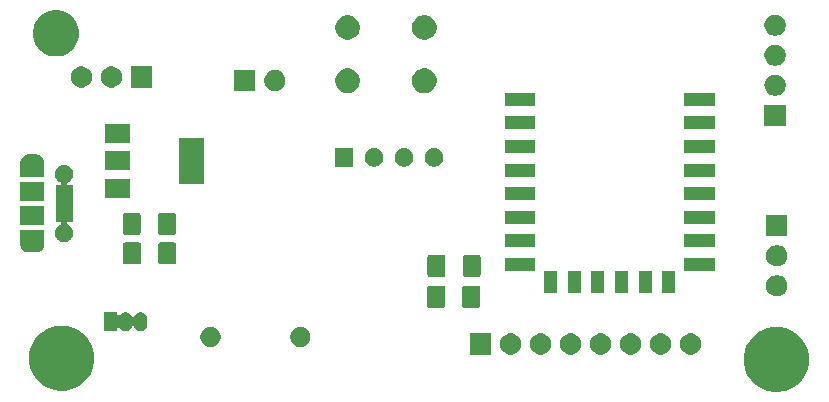
<source format=gbr>
%TF.GenerationSoftware,KiCad,Pcbnew,(5.1.5)-3*%
%TF.CreationDate,2021-01-03T00:19:50+13:00*%
%TF.ProjectId,SensorNodeCircuit,53656e73-6f72-44e6-9f64-654369726375,rev?*%
%TF.SameCoordinates,Original*%
%TF.FileFunction,Soldermask,Top*%
%TF.FilePolarity,Negative*%
%FSLAX46Y46*%
G04 Gerber Fmt 4.6, Leading zero omitted, Abs format (unit mm)*
G04 Created by KiCad (PCBNEW (5.1.5)-3) date 2021-01-03 00:19:50*
%MOMM*%
%LPD*%
G04 APERTURE LIST*
%ADD10C,0.100000*%
G04 APERTURE END LIST*
D10*
G36*
X166352097Y-104365141D02*
G01*
X166802437Y-104454719D01*
X167303087Y-104662095D01*
X167365483Y-104703787D01*
X167753660Y-104963158D01*
X168136842Y-105346340D01*
X168264362Y-105537188D01*
X168437905Y-105796913D01*
X168645281Y-106297563D01*
X168751000Y-106829050D01*
X168751000Y-107370950D01*
X168645281Y-107902437D01*
X168437905Y-108403087D01*
X168317316Y-108583561D01*
X168136842Y-108853660D01*
X167753660Y-109236842D01*
X167483561Y-109417316D01*
X167303087Y-109537905D01*
X166802437Y-109745281D01*
X166536694Y-109798140D01*
X166270951Y-109851000D01*
X165729049Y-109851000D01*
X165463306Y-109798140D01*
X165197563Y-109745281D01*
X164696913Y-109537905D01*
X164516439Y-109417316D01*
X164246340Y-109236842D01*
X163863158Y-108853660D01*
X163682684Y-108583561D01*
X163562095Y-108403087D01*
X163354719Y-107902437D01*
X163249000Y-107370950D01*
X163249000Y-106829050D01*
X163354719Y-106297563D01*
X163562095Y-105796913D01*
X163735638Y-105537188D01*
X163863158Y-105346340D01*
X164246340Y-104963158D01*
X164634517Y-104703787D01*
X164696913Y-104662095D01*
X165197563Y-104454719D01*
X165647903Y-104365141D01*
X165729049Y-104349000D01*
X166270951Y-104349000D01*
X166352097Y-104365141D01*
G37*
G36*
X106025676Y-104299668D02*
G01*
X106302437Y-104354719D01*
X106803087Y-104562095D01*
X106869160Y-104606244D01*
X107253660Y-104863158D01*
X107636842Y-105246340D01*
X107817316Y-105516439D01*
X107937905Y-105696913D01*
X108089465Y-106062812D01*
X108145281Y-106197564D01*
X108238534Y-106666376D01*
X108251000Y-106729050D01*
X108251000Y-107270950D01*
X108145281Y-107802437D01*
X107937905Y-108303087D01*
X107871087Y-108403087D01*
X107636842Y-108753660D01*
X107253660Y-109136842D01*
X106983561Y-109317316D01*
X106803087Y-109437905D01*
X106302437Y-109645281D01*
X106036693Y-109698141D01*
X105770951Y-109751000D01*
X105229049Y-109751000D01*
X104963307Y-109698141D01*
X104697563Y-109645281D01*
X104196913Y-109437905D01*
X104016439Y-109317316D01*
X103746340Y-109136842D01*
X103363158Y-108753660D01*
X103128913Y-108403087D01*
X103062095Y-108303087D01*
X102854719Y-107802437D01*
X102749000Y-107270950D01*
X102749000Y-106729050D01*
X102761467Y-106666376D01*
X102854719Y-106197564D01*
X102910535Y-106062812D01*
X103062095Y-105696913D01*
X103182684Y-105516439D01*
X103363158Y-105246340D01*
X103746340Y-104863158D01*
X104130840Y-104606244D01*
X104196913Y-104562095D01*
X104697563Y-104354719D01*
X104974324Y-104299668D01*
X105229049Y-104249000D01*
X105770951Y-104249000D01*
X106025676Y-104299668D01*
G37*
G36*
X153773512Y-104903927D02*
G01*
X153922812Y-104933624D01*
X154086784Y-105001544D01*
X154234354Y-105100147D01*
X154359853Y-105225646D01*
X154458456Y-105373216D01*
X154526376Y-105537188D01*
X154539486Y-105603100D01*
X154558147Y-105696913D01*
X154561000Y-105711259D01*
X154561000Y-105888741D01*
X154526376Y-106062812D01*
X154458456Y-106226784D01*
X154359853Y-106374354D01*
X154234354Y-106499853D01*
X154086784Y-106598456D01*
X153922812Y-106666376D01*
X153773512Y-106696073D01*
X153748742Y-106701000D01*
X153571258Y-106701000D01*
X153546488Y-106696073D01*
X153397188Y-106666376D01*
X153233216Y-106598456D01*
X153085646Y-106499853D01*
X152960147Y-106374354D01*
X152861544Y-106226784D01*
X152793624Y-106062812D01*
X152759000Y-105888741D01*
X152759000Y-105711259D01*
X152761854Y-105696913D01*
X152780514Y-105603100D01*
X152793624Y-105537188D01*
X152861544Y-105373216D01*
X152960147Y-105225646D01*
X153085646Y-105100147D01*
X153233216Y-105001544D01*
X153397188Y-104933624D01*
X153546488Y-104903927D01*
X153571258Y-104899000D01*
X153748742Y-104899000D01*
X153773512Y-104903927D01*
G37*
G36*
X158853512Y-104903927D02*
G01*
X159002812Y-104933624D01*
X159166784Y-105001544D01*
X159314354Y-105100147D01*
X159439853Y-105225646D01*
X159538456Y-105373216D01*
X159606376Y-105537188D01*
X159619486Y-105603100D01*
X159638147Y-105696913D01*
X159641000Y-105711259D01*
X159641000Y-105888741D01*
X159606376Y-106062812D01*
X159538456Y-106226784D01*
X159439853Y-106374354D01*
X159314354Y-106499853D01*
X159166784Y-106598456D01*
X159002812Y-106666376D01*
X158853512Y-106696073D01*
X158828742Y-106701000D01*
X158651258Y-106701000D01*
X158626488Y-106696073D01*
X158477188Y-106666376D01*
X158313216Y-106598456D01*
X158165646Y-106499853D01*
X158040147Y-106374354D01*
X157941544Y-106226784D01*
X157873624Y-106062812D01*
X157839000Y-105888741D01*
X157839000Y-105711259D01*
X157841854Y-105696913D01*
X157860514Y-105603100D01*
X157873624Y-105537188D01*
X157941544Y-105373216D01*
X158040147Y-105225646D01*
X158165646Y-105100147D01*
X158313216Y-105001544D01*
X158477188Y-104933624D01*
X158626488Y-104903927D01*
X158651258Y-104899000D01*
X158828742Y-104899000D01*
X158853512Y-104903927D01*
G37*
G36*
X156313512Y-104903927D02*
G01*
X156462812Y-104933624D01*
X156626784Y-105001544D01*
X156774354Y-105100147D01*
X156899853Y-105225646D01*
X156998456Y-105373216D01*
X157066376Y-105537188D01*
X157079486Y-105603100D01*
X157098147Y-105696913D01*
X157101000Y-105711259D01*
X157101000Y-105888741D01*
X157066376Y-106062812D01*
X156998456Y-106226784D01*
X156899853Y-106374354D01*
X156774354Y-106499853D01*
X156626784Y-106598456D01*
X156462812Y-106666376D01*
X156313512Y-106696073D01*
X156288742Y-106701000D01*
X156111258Y-106701000D01*
X156086488Y-106696073D01*
X155937188Y-106666376D01*
X155773216Y-106598456D01*
X155625646Y-106499853D01*
X155500147Y-106374354D01*
X155401544Y-106226784D01*
X155333624Y-106062812D01*
X155299000Y-105888741D01*
X155299000Y-105711259D01*
X155301854Y-105696913D01*
X155320514Y-105603100D01*
X155333624Y-105537188D01*
X155401544Y-105373216D01*
X155500147Y-105225646D01*
X155625646Y-105100147D01*
X155773216Y-105001544D01*
X155937188Y-104933624D01*
X156086488Y-104903927D01*
X156111258Y-104899000D01*
X156288742Y-104899000D01*
X156313512Y-104903927D01*
G37*
G36*
X148693512Y-104903927D02*
G01*
X148842812Y-104933624D01*
X149006784Y-105001544D01*
X149154354Y-105100147D01*
X149279853Y-105225646D01*
X149378456Y-105373216D01*
X149446376Y-105537188D01*
X149459486Y-105603100D01*
X149478147Y-105696913D01*
X149481000Y-105711259D01*
X149481000Y-105888741D01*
X149446376Y-106062812D01*
X149378456Y-106226784D01*
X149279853Y-106374354D01*
X149154354Y-106499853D01*
X149006784Y-106598456D01*
X148842812Y-106666376D01*
X148693512Y-106696073D01*
X148668742Y-106701000D01*
X148491258Y-106701000D01*
X148466488Y-106696073D01*
X148317188Y-106666376D01*
X148153216Y-106598456D01*
X148005646Y-106499853D01*
X147880147Y-106374354D01*
X147781544Y-106226784D01*
X147713624Y-106062812D01*
X147679000Y-105888741D01*
X147679000Y-105711259D01*
X147681854Y-105696913D01*
X147700514Y-105603100D01*
X147713624Y-105537188D01*
X147781544Y-105373216D01*
X147880147Y-105225646D01*
X148005646Y-105100147D01*
X148153216Y-105001544D01*
X148317188Y-104933624D01*
X148466488Y-104903927D01*
X148491258Y-104899000D01*
X148668742Y-104899000D01*
X148693512Y-104903927D01*
G37*
G36*
X146153512Y-104903927D02*
G01*
X146302812Y-104933624D01*
X146466784Y-105001544D01*
X146614354Y-105100147D01*
X146739853Y-105225646D01*
X146838456Y-105373216D01*
X146906376Y-105537188D01*
X146919486Y-105603100D01*
X146938147Y-105696913D01*
X146941000Y-105711259D01*
X146941000Y-105888741D01*
X146906376Y-106062812D01*
X146838456Y-106226784D01*
X146739853Y-106374354D01*
X146614354Y-106499853D01*
X146466784Y-106598456D01*
X146302812Y-106666376D01*
X146153512Y-106696073D01*
X146128742Y-106701000D01*
X145951258Y-106701000D01*
X145926488Y-106696073D01*
X145777188Y-106666376D01*
X145613216Y-106598456D01*
X145465646Y-106499853D01*
X145340147Y-106374354D01*
X145241544Y-106226784D01*
X145173624Y-106062812D01*
X145139000Y-105888741D01*
X145139000Y-105711259D01*
X145141854Y-105696913D01*
X145160514Y-105603100D01*
X145173624Y-105537188D01*
X145241544Y-105373216D01*
X145340147Y-105225646D01*
X145465646Y-105100147D01*
X145613216Y-105001544D01*
X145777188Y-104933624D01*
X145926488Y-104903927D01*
X145951258Y-104899000D01*
X146128742Y-104899000D01*
X146153512Y-104903927D01*
G37*
G36*
X143613512Y-104903927D02*
G01*
X143762812Y-104933624D01*
X143926784Y-105001544D01*
X144074354Y-105100147D01*
X144199853Y-105225646D01*
X144298456Y-105373216D01*
X144366376Y-105537188D01*
X144379486Y-105603100D01*
X144398147Y-105696913D01*
X144401000Y-105711259D01*
X144401000Y-105888741D01*
X144366376Y-106062812D01*
X144298456Y-106226784D01*
X144199853Y-106374354D01*
X144074354Y-106499853D01*
X143926784Y-106598456D01*
X143762812Y-106666376D01*
X143613512Y-106696073D01*
X143588742Y-106701000D01*
X143411258Y-106701000D01*
X143386488Y-106696073D01*
X143237188Y-106666376D01*
X143073216Y-106598456D01*
X142925646Y-106499853D01*
X142800147Y-106374354D01*
X142701544Y-106226784D01*
X142633624Y-106062812D01*
X142599000Y-105888741D01*
X142599000Y-105711259D01*
X142601854Y-105696913D01*
X142620514Y-105603100D01*
X142633624Y-105537188D01*
X142701544Y-105373216D01*
X142800147Y-105225646D01*
X142925646Y-105100147D01*
X143073216Y-105001544D01*
X143237188Y-104933624D01*
X143386488Y-104903927D01*
X143411258Y-104899000D01*
X143588742Y-104899000D01*
X143613512Y-104903927D01*
G37*
G36*
X141861000Y-106701000D02*
G01*
X140059000Y-106701000D01*
X140059000Y-104899000D01*
X141861000Y-104899000D01*
X141861000Y-106701000D01*
G37*
G36*
X151233512Y-104903927D02*
G01*
X151382812Y-104933624D01*
X151546784Y-105001544D01*
X151694354Y-105100147D01*
X151819853Y-105225646D01*
X151918456Y-105373216D01*
X151986376Y-105537188D01*
X151999486Y-105603100D01*
X152018147Y-105696913D01*
X152021000Y-105711259D01*
X152021000Y-105888741D01*
X151986376Y-106062812D01*
X151918456Y-106226784D01*
X151819853Y-106374354D01*
X151694354Y-106499853D01*
X151546784Y-106598456D01*
X151382812Y-106666376D01*
X151233512Y-106696073D01*
X151208742Y-106701000D01*
X151031258Y-106701000D01*
X151006488Y-106696073D01*
X150857188Y-106666376D01*
X150693216Y-106598456D01*
X150545646Y-106499853D01*
X150420147Y-106374354D01*
X150321544Y-106226784D01*
X150253624Y-106062812D01*
X150219000Y-105888741D01*
X150219000Y-105711259D01*
X150221854Y-105696913D01*
X150240514Y-105603100D01*
X150253624Y-105537188D01*
X150321544Y-105373216D01*
X150420147Y-105225646D01*
X150545646Y-105100147D01*
X150693216Y-105001544D01*
X150857188Y-104933624D01*
X151006488Y-104903927D01*
X151031258Y-104899000D01*
X151208742Y-104899000D01*
X151233512Y-104903927D01*
G37*
G36*
X118348228Y-104381703D02*
G01*
X118503100Y-104445853D01*
X118642481Y-104538985D01*
X118761015Y-104657519D01*
X118854147Y-104796900D01*
X118918297Y-104951772D01*
X118951000Y-105116184D01*
X118951000Y-105283816D01*
X118918297Y-105448228D01*
X118854147Y-105603100D01*
X118761015Y-105742481D01*
X118642481Y-105861015D01*
X118503100Y-105954147D01*
X118348228Y-106018297D01*
X118183816Y-106051000D01*
X118016184Y-106051000D01*
X117851772Y-106018297D01*
X117696900Y-105954147D01*
X117557519Y-105861015D01*
X117438985Y-105742481D01*
X117345853Y-105603100D01*
X117281703Y-105448228D01*
X117249000Y-105283816D01*
X117249000Y-105116184D01*
X117281703Y-104951772D01*
X117345853Y-104796900D01*
X117438985Y-104657519D01*
X117557519Y-104538985D01*
X117696900Y-104445853D01*
X117851772Y-104381703D01*
X118016184Y-104349000D01*
X118183816Y-104349000D01*
X118348228Y-104381703D01*
G37*
G36*
X125948228Y-104381703D02*
G01*
X126103100Y-104445853D01*
X126242481Y-104538985D01*
X126361015Y-104657519D01*
X126454147Y-104796900D01*
X126518297Y-104951772D01*
X126551000Y-105116184D01*
X126551000Y-105283816D01*
X126518297Y-105448228D01*
X126454147Y-105603100D01*
X126361015Y-105742481D01*
X126242481Y-105861015D01*
X126103100Y-105954147D01*
X125948228Y-106018297D01*
X125783816Y-106051000D01*
X125616184Y-106051000D01*
X125451772Y-106018297D01*
X125296900Y-105954147D01*
X125157519Y-105861015D01*
X125038985Y-105742481D01*
X124945853Y-105603100D01*
X124881703Y-105448228D01*
X124849000Y-105283816D01*
X124849000Y-105116184D01*
X124881703Y-104951772D01*
X124945853Y-104796900D01*
X125038985Y-104657519D01*
X125157519Y-104538985D01*
X125296900Y-104445853D01*
X125451772Y-104381703D01*
X125616184Y-104349000D01*
X125783816Y-104349000D01*
X125948228Y-104381703D01*
G37*
G36*
X112282915Y-103107334D02*
G01*
X112391491Y-103140271D01*
X112391494Y-103140272D01*
X112427600Y-103159571D01*
X112491556Y-103193756D01*
X112579264Y-103265736D01*
X112651244Y-103353443D01*
X112685429Y-103417399D01*
X112704728Y-103453505D01*
X112704729Y-103453508D01*
X112737666Y-103562084D01*
X112746000Y-103646702D01*
X112746000Y-104153297D01*
X112737666Y-104237916D01*
X112705252Y-104344767D01*
X112704728Y-104346495D01*
X112700332Y-104354719D01*
X112651244Y-104446557D01*
X112579264Y-104534264D01*
X112491557Y-104606244D01*
X112427601Y-104640429D01*
X112391495Y-104659728D01*
X112391492Y-104659729D01*
X112282916Y-104692666D01*
X112170000Y-104703787D01*
X112057085Y-104692666D01*
X111948509Y-104659729D01*
X111948506Y-104659728D01*
X111912400Y-104640429D01*
X111848444Y-104606244D01*
X111760737Y-104534264D01*
X111688757Y-104446557D01*
X111645239Y-104365141D01*
X111631625Y-104344766D01*
X111614298Y-104327439D01*
X111593924Y-104313826D01*
X111571285Y-104304448D01*
X111547252Y-104299668D01*
X111522748Y-104299668D01*
X111498715Y-104304448D01*
X111476076Y-104313826D01*
X111455701Y-104327440D01*
X111438374Y-104344767D01*
X111424761Y-104365141D01*
X111381244Y-104446557D01*
X111309264Y-104534264D01*
X111221557Y-104606244D01*
X111157601Y-104640429D01*
X111121495Y-104659728D01*
X111121492Y-104659729D01*
X111012916Y-104692666D01*
X110900000Y-104703787D01*
X110787085Y-104692666D01*
X110678509Y-104659729D01*
X110678506Y-104659728D01*
X110642400Y-104640429D01*
X110578444Y-104606244D01*
X110490737Y-104534264D01*
X110427622Y-104457359D01*
X110410297Y-104440034D01*
X110389923Y-104426420D01*
X110367284Y-104417043D01*
X110343250Y-104412263D01*
X110318746Y-104412263D01*
X110294713Y-104417044D01*
X110272074Y-104426421D01*
X110251700Y-104440035D01*
X110234373Y-104457362D01*
X110220759Y-104477736D01*
X110211382Y-104500375D01*
X110206000Y-104536660D01*
X110206000Y-104701000D01*
X109054000Y-104701000D01*
X109054000Y-103099000D01*
X110206000Y-103099000D01*
X110206000Y-103263341D01*
X110208402Y-103287727D01*
X110215515Y-103311176D01*
X110227066Y-103332787D01*
X110242611Y-103351729D01*
X110261553Y-103367274D01*
X110283164Y-103378825D01*
X110306613Y-103385938D01*
X110330999Y-103388340D01*
X110355385Y-103385938D01*
X110378834Y-103378825D01*
X110400445Y-103367274D01*
X110419387Y-103351729D01*
X110427608Y-103342657D01*
X110490736Y-103265736D01*
X110578443Y-103193756D01*
X110642399Y-103159571D01*
X110678505Y-103140272D01*
X110678508Y-103140271D01*
X110787084Y-103107334D01*
X110900000Y-103096213D01*
X111012915Y-103107334D01*
X111121491Y-103140271D01*
X111121494Y-103140272D01*
X111157600Y-103159571D01*
X111221556Y-103193756D01*
X111309264Y-103265736D01*
X111381244Y-103353443D01*
X111424761Y-103434859D01*
X111438375Y-103455234D01*
X111455702Y-103472561D01*
X111476076Y-103486174D01*
X111498715Y-103495552D01*
X111522748Y-103500332D01*
X111547252Y-103500332D01*
X111571285Y-103495552D01*
X111593924Y-103486174D01*
X111614299Y-103472560D01*
X111631626Y-103455233D01*
X111645239Y-103434860D01*
X111688756Y-103353444D01*
X111760736Y-103265736D01*
X111848443Y-103193756D01*
X111912399Y-103159571D01*
X111948505Y-103140272D01*
X111948508Y-103140271D01*
X112057084Y-103107334D01*
X112170000Y-103096213D01*
X112282915Y-103107334D01*
G37*
G36*
X140788062Y-100878181D02*
G01*
X140822981Y-100888774D01*
X140855163Y-100905976D01*
X140883373Y-100929127D01*
X140906524Y-100957337D01*
X140923726Y-100989519D01*
X140934319Y-101024438D01*
X140938500Y-101066895D01*
X140938500Y-102533105D01*
X140934319Y-102575562D01*
X140923726Y-102610481D01*
X140906524Y-102642663D01*
X140883373Y-102670873D01*
X140855163Y-102694024D01*
X140822981Y-102711226D01*
X140788062Y-102721819D01*
X140745605Y-102726000D01*
X139604395Y-102726000D01*
X139561938Y-102721819D01*
X139527019Y-102711226D01*
X139494837Y-102694024D01*
X139466627Y-102670873D01*
X139443476Y-102642663D01*
X139426274Y-102610481D01*
X139415681Y-102575562D01*
X139411500Y-102533105D01*
X139411500Y-101066895D01*
X139415681Y-101024438D01*
X139426274Y-100989519D01*
X139443476Y-100957337D01*
X139466627Y-100929127D01*
X139494837Y-100905976D01*
X139527019Y-100888774D01*
X139561938Y-100878181D01*
X139604395Y-100874000D01*
X140745605Y-100874000D01*
X140788062Y-100878181D01*
G37*
G36*
X137813062Y-100878181D02*
G01*
X137847981Y-100888774D01*
X137880163Y-100905976D01*
X137908373Y-100929127D01*
X137931524Y-100957337D01*
X137948726Y-100989519D01*
X137959319Y-101024438D01*
X137963500Y-101066895D01*
X137963500Y-102533105D01*
X137959319Y-102575562D01*
X137948726Y-102610481D01*
X137931524Y-102642663D01*
X137908373Y-102670873D01*
X137880163Y-102694024D01*
X137847981Y-102711226D01*
X137813062Y-102721819D01*
X137770605Y-102726000D01*
X136629395Y-102726000D01*
X136586938Y-102721819D01*
X136552019Y-102711226D01*
X136519837Y-102694024D01*
X136491627Y-102670873D01*
X136468476Y-102642663D01*
X136451274Y-102610481D01*
X136440681Y-102575562D01*
X136436500Y-102533105D01*
X136436500Y-101066895D01*
X136440681Y-101024438D01*
X136451274Y-100989519D01*
X136468476Y-100957337D01*
X136491627Y-100929127D01*
X136519837Y-100905976D01*
X136552019Y-100888774D01*
X136586938Y-100878181D01*
X136629395Y-100874000D01*
X137770605Y-100874000D01*
X137813062Y-100878181D01*
G37*
G36*
X166149512Y-99971927D02*
G01*
X166298812Y-100001624D01*
X166462784Y-100069544D01*
X166610354Y-100168147D01*
X166735853Y-100293646D01*
X166834456Y-100441216D01*
X166902376Y-100605188D01*
X166932073Y-100754488D01*
X166937000Y-100779258D01*
X166937000Y-100956742D01*
X166932073Y-100981512D01*
X166902376Y-101130812D01*
X166834456Y-101294784D01*
X166735853Y-101442354D01*
X166610354Y-101567853D01*
X166462784Y-101666456D01*
X166298812Y-101734376D01*
X166149512Y-101764073D01*
X166124742Y-101769000D01*
X165947258Y-101769000D01*
X165922488Y-101764073D01*
X165773188Y-101734376D01*
X165609216Y-101666456D01*
X165461646Y-101567853D01*
X165336147Y-101442354D01*
X165237544Y-101294784D01*
X165169624Y-101130812D01*
X165139927Y-100981512D01*
X165135000Y-100956742D01*
X165135000Y-100779258D01*
X165139927Y-100754488D01*
X165169624Y-100605188D01*
X165237544Y-100441216D01*
X165336147Y-100293646D01*
X165461646Y-100168147D01*
X165609216Y-100069544D01*
X165773188Y-100001624D01*
X165922488Y-99971927D01*
X165947258Y-99967000D01*
X166124742Y-99967000D01*
X166149512Y-99971927D01*
G37*
G36*
X153442001Y-101522001D02*
G01*
X152340001Y-101522001D01*
X152340001Y-99620001D01*
X153442001Y-99620001D01*
X153442001Y-101522001D01*
G37*
G36*
X157442001Y-101522001D02*
G01*
X156340001Y-101522001D01*
X156340001Y-99620001D01*
X157442001Y-99620001D01*
X157442001Y-101522001D01*
G37*
G36*
X149442001Y-101522001D02*
G01*
X148340001Y-101522001D01*
X148340001Y-99620001D01*
X149442001Y-99620001D01*
X149442001Y-101522001D01*
G37*
G36*
X147442001Y-101522001D02*
G01*
X146340001Y-101522001D01*
X146340001Y-99620001D01*
X147442001Y-99620001D01*
X147442001Y-101522001D01*
G37*
G36*
X155442001Y-101522001D02*
G01*
X154340001Y-101522001D01*
X154340001Y-99620001D01*
X155442001Y-99620001D01*
X155442001Y-101522001D01*
G37*
G36*
X151442001Y-101522001D02*
G01*
X150340001Y-101522001D01*
X150340001Y-99620001D01*
X151442001Y-99620001D01*
X151442001Y-101522001D01*
G37*
G36*
X140817062Y-98258181D02*
G01*
X140851981Y-98268774D01*
X140884163Y-98285976D01*
X140912373Y-98309127D01*
X140935524Y-98337337D01*
X140952726Y-98369519D01*
X140963319Y-98404438D01*
X140967500Y-98446895D01*
X140967500Y-99913105D01*
X140963319Y-99955562D01*
X140952726Y-99990481D01*
X140935524Y-100022663D01*
X140912373Y-100050873D01*
X140884163Y-100074024D01*
X140851981Y-100091226D01*
X140817062Y-100101819D01*
X140774605Y-100106000D01*
X139633395Y-100106000D01*
X139590938Y-100101819D01*
X139556019Y-100091226D01*
X139523837Y-100074024D01*
X139495627Y-100050873D01*
X139472476Y-100022663D01*
X139455274Y-99990481D01*
X139444681Y-99955562D01*
X139440500Y-99913105D01*
X139440500Y-98446895D01*
X139444681Y-98404438D01*
X139455274Y-98369519D01*
X139472476Y-98337337D01*
X139495627Y-98309127D01*
X139523837Y-98285976D01*
X139556019Y-98268774D01*
X139590938Y-98258181D01*
X139633395Y-98254000D01*
X140774605Y-98254000D01*
X140817062Y-98258181D01*
G37*
G36*
X137842062Y-98258181D02*
G01*
X137876981Y-98268774D01*
X137909163Y-98285976D01*
X137937373Y-98309127D01*
X137960524Y-98337337D01*
X137977726Y-98369519D01*
X137988319Y-98404438D01*
X137992500Y-98446895D01*
X137992500Y-99913105D01*
X137988319Y-99955562D01*
X137977726Y-99990481D01*
X137960524Y-100022663D01*
X137937373Y-100050873D01*
X137909163Y-100074024D01*
X137876981Y-100091226D01*
X137842062Y-100101819D01*
X137799605Y-100106000D01*
X136658395Y-100106000D01*
X136615938Y-100101819D01*
X136581019Y-100091226D01*
X136548837Y-100074024D01*
X136520627Y-100050873D01*
X136497476Y-100022663D01*
X136480274Y-99990481D01*
X136469681Y-99955562D01*
X136465500Y-99913105D01*
X136465500Y-98446895D01*
X136469681Y-98404438D01*
X136480274Y-98369519D01*
X136497476Y-98337337D01*
X136520627Y-98309127D01*
X136548837Y-98285976D01*
X136581019Y-98268774D01*
X136615938Y-98258181D01*
X136658395Y-98254000D01*
X137799605Y-98254000D01*
X137842062Y-98258181D01*
G37*
G36*
X145592001Y-99622001D02*
G01*
X142990001Y-99622001D01*
X142990001Y-98520001D01*
X145592001Y-98520001D01*
X145592001Y-99622001D01*
G37*
G36*
X160792001Y-99622001D02*
G01*
X158190001Y-99622001D01*
X158190001Y-98520001D01*
X160792001Y-98520001D01*
X160792001Y-99622001D01*
G37*
G36*
X166149512Y-97431927D02*
G01*
X166298812Y-97461624D01*
X166462784Y-97529544D01*
X166610354Y-97628147D01*
X166735853Y-97753646D01*
X166834456Y-97901216D01*
X166902376Y-98065188D01*
X166937000Y-98239259D01*
X166937000Y-98416741D01*
X166902376Y-98590812D01*
X166834456Y-98754784D01*
X166735853Y-98902354D01*
X166610354Y-99027853D01*
X166462784Y-99126456D01*
X166298812Y-99194376D01*
X166149512Y-99224073D01*
X166124742Y-99229000D01*
X165947258Y-99229000D01*
X165922488Y-99224073D01*
X165773188Y-99194376D01*
X165609216Y-99126456D01*
X165461646Y-99027853D01*
X165336147Y-98902354D01*
X165237544Y-98754784D01*
X165169624Y-98590812D01*
X165135000Y-98416741D01*
X165135000Y-98239259D01*
X165169624Y-98065188D01*
X165237544Y-97901216D01*
X165336147Y-97753646D01*
X165461646Y-97628147D01*
X165609216Y-97529544D01*
X165773188Y-97461624D01*
X165922488Y-97431927D01*
X165947258Y-97427000D01*
X166124742Y-97427000D01*
X166149512Y-97431927D01*
G37*
G36*
X112065062Y-97210181D02*
G01*
X112099981Y-97220774D01*
X112132163Y-97237976D01*
X112160373Y-97261127D01*
X112183524Y-97289337D01*
X112200726Y-97321519D01*
X112211319Y-97356438D01*
X112215500Y-97398895D01*
X112215500Y-98865105D01*
X112211319Y-98907562D01*
X112200726Y-98942481D01*
X112183524Y-98974663D01*
X112160373Y-99002873D01*
X112132163Y-99026024D01*
X112099981Y-99043226D01*
X112065062Y-99053819D01*
X112022605Y-99058000D01*
X110881395Y-99058000D01*
X110838938Y-99053819D01*
X110804019Y-99043226D01*
X110771837Y-99026024D01*
X110743627Y-99002873D01*
X110720476Y-98974663D01*
X110703274Y-98942481D01*
X110692681Y-98907562D01*
X110688500Y-98865105D01*
X110688500Y-97398895D01*
X110692681Y-97356438D01*
X110703274Y-97321519D01*
X110720476Y-97289337D01*
X110743627Y-97261127D01*
X110771837Y-97237976D01*
X110804019Y-97220774D01*
X110838938Y-97210181D01*
X110881395Y-97206000D01*
X112022605Y-97206000D01*
X112065062Y-97210181D01*
G37*
G36*
X115040062Y-97210181D02*
G01*
X115074981Y-97220774D01*
X115107163Y-97237976D01*
X115135373Y-97261127D01*
X115158524Y-97289337D01*
X115175726Y-97321519D01*
X115186319Y-97356438D01*
X115190500Y-97398895D01*
X115190500Y-98865105D01*
X115186319Y-98907562D01*
X115175726Y-98942481D01*
X115158524Y-98974663D01*
X115135373Y-99002873D01*
X115107163Y-99026024D01*
X115074981Y-99043226D01*
X115040062Y-99053819D01*
X114997605Y-99058000D01*
X113856395Y-99058000D01*
X113813938Y-99053819D01*
X113779019Y-99043226D01*
X113746837Y-99026024D01*
X113718627Y-99002873D01*
X113695476Y-98974663D01*
X113678274Y-98942481D01*
X113667681Y-98907562D01*
X113663500Y-98865105D01*
X113663500Y-97398895D01*
X113667681Y-97356438D01*
X113678274Y-97321519D01*
X113695476Y-97289337D01*
X113718627Y-97261127D01*
X113746837Y-97237976D01*
X113779019Y-97220774D01*
X113813938Y-97210181D01*
X113856395Y-97206000D01*
X114997605Y-97206000D01*
X115040062Y-97210181D01*
G37*
G36*
X104001000Y-97361886D02*
G01*
X104001602Y-97374138D01*
X104004149Y-97400000D01*
X104001602Y-97425862D01*
X104001000Y-97438114D01*
X104001000Y-97511406D01*
X103992043Y-97528164D01*
X103987915Y-97539701D01*
X103962949Y-97622001D01*
X103954354Y-97650336D01*
X103893906Y-97763425D01*
X103812554Y-97862554D01*
X103713425Y-97943906D01*
X103600336Y-98004354D01*
X103568404Y-98014040D01*
X103477618Y-98041580D01*
X103413855Y-98047860D01*
X103381974Y-98051000D01*
X102618026Y-98051000D01*
X102586145Y-98047860D01*
X102522382Y-98041580D01*
X102431596Y-98014040D01*
X102399664Y-98004354D01*
X102286575Y-97943906D01*
X102187446Y-97862554D01*
X102106094Y-97763425D01*
X102045646Y-97650336D01*
X102037051Y-97622001D01*
X102012087Y-97539708D01*
X102002713Y-97517075D01*
X101999000Y-97511518D01*
X101999000Y-97438114D01*
X101998398Y-97425862D01*
X101995851Y-97400000D01*
X101998398Y-97374138D01*
X101999000Y-97361886D01*
X101999000Y-96149000D01*
X104001000Y-96149000D01*
X104001000Y-97361886D01*
G37*
G36*
X145592001Y-97622001D02*
G01*
X142990001Y-97622001D01*
X142990001Y-96520001D01*
X145592001Y-96520001D01*
X145592001Y-97622001D01*
G37*
G36*
X160792001Y-97622001D02*
G01*
X158190001Y-97622001D01*
X158190001Y-96520001D01*
X160792001Y-96520001D01*
X160792001Y-97622001D01*
G37*
G36*
X105926348Y-90653820D02*
G01*
X105926350Y-90653821D01*
X105926351Y-90653821D01*
X106067574Y-90712317D01*
X106067577Y-90712319D01*
X106194669Y-90797239D01*
X106302761Y-90905331D01*
X106387681Y-91032423D01*
X106387683Y-91032426D01*
X106416087Y-91101000D01*
X106446180Y-91173652D01*
X106476000Y-91323569D01*
X106476000Y-91476431D01*
X106447045Y-91622001D01*
X106446179Y-91626351D01*
X106387683Y-91767574D01*
X106387681Y-91767577D01*
X106302761Y-91894669D01*
X106194669Y-92002761D01*
X106109940Y-92059375D01*
X106067574Y-92087683D01*
X106017272Y-92108519D01*
X105995664Y-92120068D01*
X105976722Y-92135614D01*
X105961177Y-92154556D01*
X105949626Y-92176166D01*
X105942513Y-92199615D01*
X105940111Y-92224001D01*
X105942513Y-92248387D01*
X105949626Y-92271836D01*
X105961177Y-92293447D01*
X105976723Y-92312389D01*
X105995665Y-92327934D01*
X106017275Y-92339485D01*
X106040724Y-92346598D01*
X106065110Y-92349000D01*
X106426000Y-92349000D01*
X106426000Y-95451000D01*
X106065110Y-95451000D01*
X106040724Y-95453402D01*
X106017275Y-95460515D01*
X105995664Y-95472066D01*
X105976722Y-95487611D01*
X105961177Y-95506553D01*
X105949626Y-95528164D01*
X105942513Y-95551613D01*
X105940111Y-95575999D01*
X105942513Y-95600385D01*
X105949626Y-95623834D01*
X105961177Y-95645445D01*
X105976722Y-95664387D01*
X105995664Y-95679932D01*
X106017272Y-95691481D01*
X106067574Y-95712317D01*
X106067575Y-95712318D01*
X106194669Y-95797239D01*
X106302761Y-95905331D01*
X106387681Y-96032423D01*
X106387683Y-96032426D01*
X106435969Y-96149000D01*
X106446180Y-96173652D01*
X106476000Y-96323569D01*
X106476000Y-96476431D01*
X106460607Y-96553819D01*
X106446179Y-96626351D01*
X106387683Y-96767574D01*
X106387681Y-96767577D01*
X106302761Y-96894669D01*
X106194669Y-97002761D01*
X106144064Y-97036574D01*
X106067574Y-97087683D01*
X105926351Y-97146179D01*
X105926350Y-97146179D01*
X105926348Y-97146180D01*
X105776431Y-97176000D01*
X105623569Y-97176000D01*
X105473652Y-97146180D01*
X105473650Y-97146179D01*
X105473649Y-97146179D01*
X105332426Y-97087683D01*
X105255936Y-97036574D01*
X105205331Y-97002761D01*
X105097239Y-96894669D01*
X105012319Y-96767577D01*
X105012317Y-96767574D01*
X104953821Y-96626351D01*
X104939394Y-96553819D01*
X104924000Y-96476431D01*
X104924000Y-96323569D01*
X104953820Y-96173652D01*
X104964031Y-96149000D01*
X105012317Y-96032426D01*
X105012319Y-96032423D01*
X105097239Y-95905331D01*
X105205331Y-95797239D01*
X105332425Y-95712318D01*
X105332426Y-95712317D01*
X105382728Y-95691481D01*
X105404336Y-95679932D01*
X105423278Y-95664386D01*
X105438823Y-95645444D01*
X105450374Y-95623834D01*
X105457487Y-95600385D01*
X105459889Y-95575999D01*
X105457487Y-95551613D01*
X105450374Y-95528164D01*
X105438823Y-95506553D01*
X105423277Y-95487611D01*
X105404335Y-95472066D01*
X105382725Y-95460515D01*
X105359276Y-95453402D01*
X105334890Y-95451000D01*
X104974000Y-95451000D01*
X104974000Y-92349000D01*
X105334890Y-92349000D01*
X105359276Y-92346598D01*
X105382725Y-92339485D01*
X105404336Y-92327934D01*
X105423278Y-92312389D01*
X105438823Y-92293447D01*
X105450374Y-92271836D01*
X105457487Y-92248387D01*
X105459889Y-92224001D01*
X105457487Y-92199615D01*
X105450374Y-92176166D01*
X105438823Y-92154555D01*
X105423278Y-92135613D01*
X105404336Y-92120068D01*
X105382728Y-92108519D01*
X105332426Y-92087683D01*
X105290060Y-92059375D01*
X105205331Y-92002761D01*
X105097239Y-91894669D01*
X105012319Y-91767577D01*
X105012317Y-91767574D01*
X104953821Y-91626351D01*
X104952956Y-91622001D01*
X104924000Y-91476431D01*
X104924000Y-91323569D01*
X104953820Y-91173652D01*
X104983913Y-91101000D01*
X105012317Y-91032426D01*
X105012319Y-91032423D01*
X105097239Y-90905331D01*
X105205331Y-90797239D01*
X105332423Y-90712319D01*
X105332426Y-90712317D01*
X105473649Y-90653821D01*
X105473650Y-90653821D01*
X105473652Y-90653820D01*
X105623569Y-90624000D01*
X105776431Y-90624000D01*
X105926348Y-90653820D01*
G37*
G36*
X166937000Y-96689000D02*
G01*
X165135000Y-96689000D01*
X165135000Y-94887000D01*
X166937000Y-94887000D01*
X166937000Y-96689000D01*
G37*
G36*
X112027562Y-94710181D02*
G01*
X112062481Y-94720774D01*
X112094663Y-94737976D01*
X112122873Y-94761127D01*
X112146024Y-94789337D01*
X112163226Y-94821519D01*
X112173819Y-94856438D01*
X112178000Y-94898895D01*
X112178000Y-96365105D01*
X112173819Y-96407562D01*
X112163226Y-96442481D01*
X112146024Y-96474663D01*
X112122873Y-96502873D01*
X112094663Y-96526024D01*
X112062481Y-96543226D01*
X112027562Y-96553819D01*
X111985105Y-96558000D01*
X110843895Y-96558000D01*
X110801438Y-96553819D01*
X110766519Y-96543226D01*
X110734337Y-96526024D01*
X110706127Y-96502873D01*
X110682976Y-96474663D01*
X110665774Y-96442481D01*
X110655181Y-96407562D01*
X110651000Y-96365105D01*
X110651000Y-94898895D01*
X110655181Y-94856438D01*
X110665774Y-94821519D01*
X110682976Y-94789337D01*
X110706127Y-94761127D01*
X110734337Y-94737976D01*
X110766519Y-94720774D01*
X110801438Y-94710181D01*
X110843895Y-94706000D01*
X111985105Y-94706000D01*
X112027562Y-94710181D01*
G37*
G36*
X115002562Y-94710181D02*
G01*
X115037481Y-94720774D01*
X115069663Y-94737976D01*
X115097873Y-94761127D01*
X115121024Y-94789337D01*
X115138226Y-94821519D01*
X115148819Y-94856438D01*
X115153000Y-94898895D01*
X115153000Y-96365105D01*
X115148819Y-96407562D01*
X115138226Y-96442481D01*
X115121024Y-96474663D01*
X115097873Y-96502873D01*
X115069663Y-96526024D01*
X115037481Y-96543226D01*
X115002562Y-96553819D01*
X114960105Y-96558000D01*
X113818895Y-96558000D01*
X113776438Y-96553819D01*
X113741519Y-96543226D01*
X113709337Y-96526024D01*
X113681127Y-96502873D01*
X113657976Y-96474663D01*
X113640774Y-96442481D01*
X113630181Y-96407562D01*
X113626000Y-96365105D01*
X113626000Y-94898895D01*
X113630181Y-94856438D01*
X113640774Y-94821519D01*
X113657976Y-94789337D01*
X113681127Y-94761127D01*
X113709337Y-94737976D01*
X113741519Y-94720774D01*
X113776438Y-94710181D01*
X113818895Y-94706000D01*
X114960105Y-94706000D01*
X115002562Y-94710181D01*
G37*
G36*
X104001000Y-95701000D02*
G01*
X101999000Y-95701000D01*
X101999000Y-94099000D01*
X104001000Y-94099000D01*
X104001000Y-95701000D01*
G37*
G36*
X145592001Y-95622001D02*
G01*
X142990001Y-95622001D01*
X142990001Y-94520001D01*
X145592001Y-94520001D01*
X145592001Y-95622001D01*
G37*
G36*
X160792001Y-95622001D02*
G01*
X158190001Y-95622001D01*
X158190001Y-94520001D01*
X160792001Y-94520001D01*
X160792001Y-95622001D01*
G37*
G36*
X104001000Y-93701000D02*
G01*
X101999000Y-93701000D01*
X101999000Y-92099000D01*
X104001000Y-92099000D01*
X104001000Y-93701000D01*
G37*
G36*
X160792001Y-93622001D02*
G01*
X158190001Y-93622001D01*
X158190001Y-92520001D01*
X160792001Y-92520001D01*
X160792001Y-93622001D01*
G37*
G36*
X145592001Y-93622001D02*
G01*
X142990001Y-93622001D01*
X142990001Y-92520001D01*
X145592001Y-92520001D01*
X145592001Y-93622001D01*
G37*
G36*
X111251000Y-93401000D02*
G01*
X109149000Y-93401000D01*
X109149000Y-91799000D01*
X111251000Y-91799000D01*
X111251000Y-93401000D01*
G37*
G36*
X117551000Y-92251000D02*
G01*
X115449000Y-92251000D01*
X115449000Y-88349000D01*
X117551000Y-88349000D01*
X117551000Y-92251000D01*
G37*
G36*
X103413855Y-89752140D02*
G01*
X103477618Y-89758420D01*
X103568404Y-89785960D01*
X103600336Y-89795646D01*
X103713425Y-89856094D01*
X103812554Y-89937446D01*
X103893906Y-90036575D01*
X103954354Y-90149664D01*
X103954355Y-90149668D01*
X103987913Y-90260292D01*
X103997287Y-90282925D01*
X104001000Y-90288482D01*
X104001000Y-90361886D01*
X104001602Y-90374138D01*
X104004149Y-90400000D01*
X104001602Y-90425862D01*
X104001000Y-90438114D01*
X104001000Y-91651000D01*
X101999000Y-91651000D01*
X101999000Y-90438114D01*
X101998398Y-90425862D01*
X101995851Y-90400000D01*
X101998398Y-90374138D01*
X101999000Y-90361886D01*
X101999000Y-90288594D01*
X102007957Y-90271836D01*
X102012085Y-90260299D01*
X102045645Y-90149668D01*
X102045646Y-90149664D01*
X102106094Y-90036575D01*
X102187446Y-89937446D01*
X102286575Y-89856094D01*
X102399664Y-89795646D01*
X102431596Y-89785960D01*
X102522382Y-89758420D01*
X102586145Y-89752140D01*
X102618026Y-89749000D01*
X103381974Y-89749000D01*
X103413855Y-89752140D01*
G37*
G36*
X145592001Y-91622001D02*
G01*
X142990001Y-91622001D01*
X142990001Y-90520001D01*
X145592001Y-90520001D01*
X145592001Y-91622001D01*
G37*
G36*
X160792001Y-91622001D02*
G01*
X158190001Y-91622001D01*
X158190001Y-90520001D01*
X160792001Y-90520001D01*
X160792001Y-91622001D01*
G37*
G36*
X111251000Y-91101000D02*
G01*
X109149000Y-91101000D01*
X109149000Y-89499000D01*
X111251000Y-89499000D01*
X111251000Y-91101000D01*
G37*
G36*
X134713642Y-89229781D02*
G01*
X134859414Y-89290162D01*
X134859416Y-89290163D01*
X134990608Y-89377822D01*
X135102178Y-89489392D01*
X135189837Y-89620584D01*
X135189838Y-89620586D01*
X135250219Y-89766358D01*
X135281000Y-89921107D01*
X135281000Y-90078893D01*
X135250219Y-90233642D01*
X135234398Y-90271836D01*
X135189837Y-90379416D01*
X135102178Y-90510608D01*
X134990608Y-90622178D01*
X134859416Y-90709837D01*
X134859415Y-90709838D01*
X134859414Y-90709838D01*
X134713642Y-90770219D01*
X134558893Y-90801000D01*
X134401107Y-90801000D01*
X134246358Y-90770219D01*
X134100586Y-90709838D01*
X134100585Y-90709838D01*
X134100584Y-90709837D01*
X133969392Y-90622178D01*
X133857822Y-90510608D01*
X133770163Y-90379416D01*
X133725602Y-90271836D01*
X133709781Y-90233642D01*
X133679000Y-90078893D01*
X133679000Y-89921107D01*
X133709781Y-89766358D01*
X133770162Y-89620586D01*
X133770163Y-89620584D01*
X133857822Y-89489392D01*
X133969392Y-89377822D01*
X134100584Y-89290163D01*
X134100586Y-89290162D01*
X134246358Y-89229781D01*
X134401107Y-89199000D01*
X134558893Y-89199000D01*
X134713642Y-89229781D01*
G37*
G36*
X132173642Y-89229781D02*
G01*
X132319414Y-89290162D01*
X132319416Y-89290163D01*
X132450608Y-89377822D01*
X132562178Y-89489392D01*
X132649837Y-89620584D01*
X132649838Y-89620586D01*
X132710219Y-89766358D01*
X132741000Y-89921107D01*
X132741000Y-90078893D01*
X132710219Y-90233642D01*
X132694398Y-90271836D01*
X132649837Y-90379416D01*
X132562178Y-90510608D01*
X132450608Y-90622178D01*
X132319416Y-90709837D01*
X132319415Y-90709838D01*
X132319414Y-90709838D01*
X132173642Y-90770219D01*
X132018893Y-90801000D01*
X131861107Y-90801000D01*
X131706358Y-90770219D01*
X131560586Y-90709838D01*
X131560585Y-90709838D01*
X131560584Y-90709837D01*
X131429392Y-90622178D01*
X131317822Y-90510608D01*
X131230163Y-90379416D01*
X131185602Y-90271836D01*
X131169781Y-90233642D01*
X131139000Y-90078893D01*
X131139000Y-89921107D01*
X131169781Y-89766358D01*
X131230162Y-89620586D01*
X131230163Y-89620584D01*
X131317822Y-89489392D01*
X131429392Y-89377822D01*
X131560584Y-89290163D01*
X131560586Y-89290162D01*
X131706358Y-89229781D01*
X131861107Y-89199000D01*
X132018893Y-89199000D01*
X132173642Y-89229781D01*
G37*
G36*
X137253642Y-89229781D02*
G01*
X137399414Y-89290162D01*
X137399416Y-89290163D01*
X137530608Y-89377822D01*
X137642178Y-89489392D01*
X137729837Y-89620584D01*
X137729838Y-89620586D01*
X137790219Y-89766358D01*
X137821000Y-89921107D01*
X137821000Y-90078893D01*
X137790219Y-90233642D01*
X137774398Y-90271836D01*
X137729837Y-90379416D01*
X137642178Y-90510608D01*
X137530608Y-90622178D01*
X137399416Y-90709837D01*
X137399415Y-90709838D01*
X137399414Y-90709838D01*
X137253642Y-90770219D01*
X137098893Y-90801000D01*
X136941107Y-90801000D01*
X136786358Y-90770219D01*
X136640586Y-90709838D01*
X136640585Y-90709838D01*
X136640584Y-90709837D01*
X136509392Y-90622178D01*
X136397822Y-90510608D01*
X136310163Y-90379416D01*
X136265602Y-90271836D01*
X136249781Y-90233642D01*
X136219000Y-90078893D01*
X136219000Y-89921107D01*
X136249781Y-89766358D01*
X136310162Y-89620586D01*
X136310163Y-89620584D01*
X136397822Y-89489392D01*
X136509392Y-89377822D01*
X136640584Y-89290163D01*
X136640586Y-89290162D01*
X136786358Y-89229781D01*
X136941107Y-89199000D01*
X137098893Y-89199000D01*
X137253642Y-89229781D01*
G37*
G36*
X130201000Y-90801000D02*
G01*
X128599000Y-90801000D01*
X128599000Y-89199000D01*
X130201000Y-89199000D01*
X130201000Y-90801000D01*
G37*
G36*
X145592001Y-89622001D02*
G01*
X142990001Y-89622001D01*
X142990001Y-88520001D01*
X145592001Y-88520001D01*
X145592001Y-89622001D01*
G37*
G36*
X160792001Y-89622001D02*
G01*
X158190001Y-89622001D01*
X158190001Y-88520001D01*
X160792001Y-88520001D01*
X160792001Y-89622001D01*
G37*
G36*
X111251000Y-88801000D02*
G01*
X109149000Y-88801000D01*
X109149000Y-87199000D01*
X111251000Y-87199000D01*
X111251000Y-88801000D01*
G37*
G36*
X145592001Y-87622001D02*
G01*
X142990001Y-87622001D01*
X142990001Y-86520001D01*
X145592001Y-86520001D01*
X145592001Y-87622001D01*
G37*
G36*
X160792001Y-87622001D02*
G01*
X158190001Y-87622001D01*
X158190001Y-86520001D01*
X160792001Y-86520001D01*
X160792001Y-87622001D01*
G37*
G36*
X166801000Y-87331000D02*
G01*
X164999000Y-87331000D01*
X164999000Y-85529000D01*
X166801000Y-85529000D01*
X166801000Y-87331000D01*
G37*
G36*
X145592001Y-85622001D02*
G01*
X142990001Y-85622001D01*
X142990001Y-84520001D01*
X145592001Y-84520001D01*
X145592001Y-85622001D01*
G37*
G36*
X160792001Y-85622001D02*
G01*
X158190001Y-85622001D01*
X158190001Y-84520001D01*
X160792001Y-84520001D01*
X160792001Y-85622001D01*
G37*
G36*
X166013512Y-82993927D02*
G01*
X166162812Y-83023624D01*
X166326784Y-83091544D01*
X166474354Y-83190147D01*
X166599853Y-83315646D01*
X166698456Y-83463216D01*
X166766376Y-83627188D01*
X166795648Y-83774353D01*
X166801000Y-83801258D01*
X166801000Y-83978742D01*
X166797202Y-83997835D01*
X166766376Y-84152812D01*
X166698456Y-84316784D01*
X166599853Y-84464354D01*
X166474354Y-84589853D01*
X166326784Y-84688456D01*
X166162812Y-84756376D01*
X166013512Y-84786073D01*
X165988742Y-84791000D01*
X165811258Y-84791000D01*
X165786488Y-84786073D01*
X165637188Y-84756376D01*
X165473216Y-84688456D01*
X165325646Y-84589853D01*
X165200147Y-84464354D01*
X165101544Y-84316784D01*
X165033624Y-84152812D01*
X165002798Y-83997835D01*
X164999000Y-83978742D01*
X164999000Y-83801258D01*
X165004352Y-83774353D01*
X165033624Y-83627188D01*
X165101544Y-83463216D01*
X165200147Y-83315646D01*
X165325646Y-83190147D01*
X165473216Y-83091544D01*
X165637188Y-83023624D01*
X165786488Y-82993927D01*
X165811258Y-82989000D01*
X165988742Y-82989000D01*
X166013512Y-82993927D01*
G37*
G36*
X130006564Y-82489389D02*
G01*
X130197833Y-82568615D01*
X130197835Y-82568616D01*
X130369973Y-82683635D01*
X130516365Y-82830027D01*
X130580256Y-82925646D01*
X130631385Y-83002167D01*
X130710611Y-83193436D01*
X130751000Y-83396484D01*
X130751000Y-83603516D01*
X130710611Y-83806564D01*
X130660815Y-83926782D01*
X130631384Y-83997835D01*
X130516365Y-84169973D01*
X130369973Y-84316365D01*
X130197835Y-84431384D01*
X130197834Y-84431385D01*
X130197833Y-84431385D01*
X130006564Y-84510611D01*
X129803516Y-84551000D01*
X129596484Y-84551000D01*
X129393436Y-84510611D01*
X129202167Y-84431385D01*
X129202166Y-84431385D01*
X129202165Y-84431384D01*
X129030027Y-84316365D01*
X128883635Y-84169973D01*
X128768616Y-83997835D01*
X128739185Y-83926782D01*
X128689389Y-83806564D01*
X128649000Y-83603516D01*
X128649000Y-83396484D01*
X128689389Y-83193436D01*
X128768615Y-83002167D01*
X128819745Y-82925646D01*
X128883635Y-82830027D01*
X129030027Y-82683635D01*
X129202165Y-82568616D01*
X129202167Y-82568615D01*
X129393436Y-82489389D01*
X129596484Y-82449000D01*
X129803516Y-82449000D01*
X130006564Y-82489389D01*
G37*
G36*
X136506564Y-82489389D02*
G01*
X136697833Y-82568615D01*
X136697835Y-82568616D01*
X136869973Y-82683635D01*
X137016365Y-82830027D01*
X137080256Y-82925646D01*
X137131385Y-83002167D01*
X137210611Y-83193436D01*
X137251000Y-83396484D01*
X137251000Y-83603516D01*
X137210611Y-83806564D01*
X137160815Y-83926782D01*
X137131384Y-83997835D01*
X137016365Y-84169973D01*
X136869973Y-84316365D01*
X136697835Y-84431384D01*
X136697834Y-84431385D01*
X136697833Y-84431385D01*
X136506564Y-84510611D01*
X136303516Y-84551000D01*
X136096484Y-84551000D01*
X135893436Y-84510611D01*
X135702167Y-84431385D01*
X135702166Y-84431385D01*
X135702165Y-84431384D01*
X135530027Y-84316365D01*
X135383635Y-84169973D01*
X135268616Y-83997835D01*
X135239185Y-83926782D01*
X135189389Y-83806564D01*
X135149000Y-83603516D01*
X135149000Y-83396484D01*
X135189389Y-83193436D01*
X135268615Y-83002167D01*
X135319745Y-82925646D01*
X135383635Y-82830027D01*
X135530027Y-82683635D01*
X135702165Y-82568616D01*
X135702167Y-82568615D01*
X135893436Y-82489389D01*
X136096484Y-82449000D01*
X136303516Y-82449000D01*
X136506564Y-82489389D01*
G37*
G36*
X121901000Y-84401000D02*
G01*
X120099000Y-84401000D01*
X120099000Y-82599000D01*
X121901000Y-82599000D01*
X121901000Y-84401000D01*
G37*
G36*
X123653512Y-82603927D02*
G01*
X123802812Y-82633624D01*
X123966784Y-82701544D01*
X124114354Y-82800147D01*
X124239853Y-82925646D01*
X124338456Y-83073216D01*
X124406376Y-83237188D01*
X124441000Y-83411259D01*
X124441000Y-83588741D01*
X124406376Y-83762812D01*
X124338456Y-83926784D01*
X124239853Y-84074354D01*
X124114354Y-84199853D01*
X123966784Y-84298456D01*
X123802812Y-84366376D01*
X123653512Y-84396073D01*
X123628742Y-84401000D01*
X123451258Y-84401000D01*
X123426488Y-84396073D01*
X123277188Y-84366376D01*
X123113216Y-84298456D01*
X122965646Y-84199853D01*
X122840147Y-84074354D01*
X122741544Y-83926784D01*
X122673624Y-83762812D01*
X122639000Y-83588741D01*
X122639000Y-83411259D01*
X122673624Y-83237188D01*
X122741544Y-83073216D01*
X122840147Y-82925646D01*
X122965646Y-82800147D01*
X123113216Y-82701544D01*
X123277188Y-82633624D01*
X123426488Y-82603927D01*
X123451258Y-82599000D01*
X123628742Y-82599000D01*
X123653512Y-82603927D01*
G37*
G36*
X107273512Y-82303927D02*
G01*
X107422812Y-82333624D01*
X107586784Y-82401544D01*
X107734354Y-82500147D01*
X107859853Y-82625646D01*
X107958456Y-82773216D01*
X108026376Y-82937188D01*
X108061000Y-83111259D01*
X108061000Y-83288741D01*
X108026376Y-83462812D01*
X107958456Y-83626784D01*
X107859853Y-83774354D01*
X107734354Y-83899853D01*
X107586784Y-83998456D01*
X107422812Y-84066376D01*
X107273512Y-84096073D01*
X107248742Y-84101000D01*
X107071258Y-84101000D01*
X107046488Y-84096073D01*
X106897188Y-84066376D01*
X106733216Y-83998456D01*
X106585646Y-83899853D01*
X106460147Y-83774354D01*
X106361544Y-83626784D01*
X106293624Y-83462812D01*
X106259000Y-83288741D01*
X106259000Y-83111259D01*
X106293624Y-82937188D01*
X106361544Y-82773216D01*
X106460147Y-82625646D01*
X106585646Y-82500147D01*
X106733216Y-82401544D01*
X106897188Y-82333624D01*
X107046488Y-82303927D01*
X107071258Y-82299000D01*
X107248742Y-82299000D01*
X107273512Y-82303927D01*
G37*
G36*
X109813512Y-82303927D02*
G01*
X109962812Y-82333624D01*
X110126784Y-82401544D01*
X110274354Y-82500147D01*
X110399853Y-82625646D01*
X110498456Y-82773216D01*
X110566376Y-82937188D01*
X110601000Y-83111259D01*
X110601000Y-83288741D01*
X110566376Y-83462812D01*
X110498456Y-83626784D01*
X110399853Y-83774354D01*
X110274354Y-83899853D01*
X110126784Y-83998456D01*
X109962812Y-84066376D01*
X109813512Y-84096073D01*
X109788742Y-84101000D01*
X109611258Y-84101000D01*
X109586488Y-84096073D01*
X109437188Y-84066376D01*
X109273216Y-83998456D01*
X109125646Y-83899853D01*
X109000147Y-83774354D01*
X108901544Y-83626784D01*
X108833624Y-83462812D01*
X108799000Y-83288741D01*
X108799000Y-83111259D01*
X108833624Y-82937188D01*
X108901544Y-82773216D01*
X109000147Y-82625646D01*
X109125646Y-82500147D01*
X109273216Y-82401544D01*
X109437188Y-82333624D01*
X109586488Y-82303927D01*
X109611258Y-82299000D01*
X109788742Y-82299000D01*
X109813512Y-82303927D01*
G37*
G36*
X113141000Y-84101000D02*
G01*
X111339000Y-84101000D01*
X111339000Y-82299000D01*
X113141000Y-82299000D01*
X113141000Y-84101000D01*
G37*
G36*
X166013512Y-80453927D02*
G01*
X166162812Y-80483624D01*
X166326784Y-80551544D01*
X166474354Y-80650147D01*
X166599853Y-80775646D01*
X166698456Y-80923216D01*
X166766376Y-81087188D01*
X166801000Y-81261259D01*
X166801000Y-81438741D01*
X166766376Y-81612812D01*
X166698456Y-81776784D01*
X166599853Y-81924354D01*
X166474354Y-82049853D01*
X166326784Y-82148456D01*
X166162812Y-82216376D01*
X166013512Y-82246073D01*
X165988742Y-82251000D01*
X165811258Y-82251000D01*
X165786488Y-82246073D01*
X165637188Y-82216376D01*
X165473216Y-82148456D01*
X165325646Y-82049853D01*
X165200147Y-81924354D01*
X165101544Y-81776784D01*
X165033624Y-81612812D01*
X164999000Y-81438741D01*
X164999000Y-81261259D01*
X165033624Y-81087188D01*
X165101544Y-80923216D01*
X165200147Y-80775646D01*
X165325646Y-80650147D01*
X165473216Y-80551544D01*
X165637188Y-80483624D01*
X165786488Y-80453927D01*
X165811258Y-80449000D01*
X165988742Y-80449000D01*
X166013512Y-80453927D01*
G37*
G36*
X105569085Y-77623975D02*
G01*
X105924143Y-77771045D01*
X105924145Y-77771046D01*
X106243690Y-77984559D01*
X106515441Y-78256310D01*
X106600238Y-78383218D01*
X106728955Y-78575857D01*
X106876025Y-78930915D01*
X106951000Y-79307842D01*
X106951000Y-79692158D01*
X106876025Y-80069085D01*
X106728955Y-80424143D01*
X106728954Y-80424145D01*
X106515441Y-80743690D01*
X106243690Y-81015441D01*
X105924145Y-81228954D01*
X105924144Y-81228955D01*
X105924143Y-81228955D01*
X105569085Y-81376025D01*
X105192158Y-81451000D01*
X104807842Y-81451000D01*
X104430915Y-81376025D01*
X104075857Y-81228955D01*
X104075856Y-81228955D01*
X104075855Y-81228954D01*
X103756310Y-81015441D01*
X103484559Y-80743690D01*
X103271046Y-80424145D01*
X103271045Y-80424143D01*
X103123975Y-80069085D01*
X103049000Y-79692158D01*
X103049000Y-79307842D01*
X103123975Y-78930915D01*
X103271045Y-78575857D01*
X103399762Y-78383218D01*
X103484559Y-78256310D01*
X103756310Y-77984559D01*
X104075855Y-77771046D01*
X104075857Y-77771045D01*
X104430915Y-77623975D01*
X104807842Y-77549000D01*
X105192158Y-77549000D01*
X105569085Y-77623975D01*
G37*
G36*
X136506564Y-77989389D02*
G01*
X136697833Y-78068615D01*
X136697835Y-78068616D01*
X136759990Y-78110147D01*
X136869973Y-78183635D01*
X137016365Y-78330027D01*
X137131385Y-78502167D01*
X137210611Y-78693436D01*
X137251000Y-78896484D01*
X137251000Y-79103516D01*
X137210611Y-79306564D01*
X137178389Y-79384354D01*
X137131384Y-79497835D01*
X137016365Y-79669973D01*
X136869973Y-79816365D01*
X136697835Y-79931384D01*
X136697834Y-79931385D01*
X136697833Y-79931385D01*
X136506564Y-80010611D01*
X136303516Y-80051000D01*
X136096484Y-80051000D01*
X135893436Y-80010611D01*
X135702167Y-79931385D01*
X135702166Y-79931385D01*
X135702165Y-79931384D01*
X135530027Y-79816365D01*
X135383635Y-79669973D01*
X135268616Y-79497835D01*
X135221611Y-79384354D01*
X135189389Y-79306564D01*
X135149000Y-79103516D01*
X135149000Y-78896484D01*
X135189389Y-78693436D01*
X135268615Y-78502167D01*
X135383635Y-78330027D01*
X135530027Y-78183635D01*
X135640010Y-78110147D01*
X135702165Y-78068616D01*
X135702167Y-78068615D01*
X135893436Y-77989389D01*
X136096484Y-77949000D01*
X136303516Y-77949000D01*
X136506564Y-77989389D01*
G37*
G36*
X130006564Y-77989389D02*
G01*
X130197833Y-78068615D01*
X130197835Y-78068616D01*
X130259990Y-78110147D01*
X130369973Y-78183635D01*
X130516365Y-78330027D01*
X130631385Y-78502167D01*
X130710611Y-78693436D01*
X130751000Y-78896484D01*
X130751000Y-79103516D01*
X130710611Y-79306564D01*
X130678389Y-79384354D01*
X130631384Y-79497835D01*
X130516365Y-79669973D01*
X130369973Y-79816365D01*
X130197835Y-79931384D01*
X130197834Y-79931385D01*
X130197833Y-79931385D01*
X130006564Y-80010611D01*
X129803516Y-80051000D01*
X129596484Y-80051000D01*
X129393436Y-80010611D01*
X129202167Y-79931385D01*
X129202166Y-79931385D01*
X129202165Y-79931384D01*
X129030027Y-79816365D01*
X128883635Y-79669973D01*
X128768616Y-79497835D01*
X128721611Y-79384354D01*
X128689389Y-79306564D01*
X128649000Y-79103516D01*
X128649000Y-78896484D01*
X128689389Y-78693436D01*
X128768615Y-78502167D01*
X128883635Y-78330027D01*
X129030027Y-78183635D01*
X129140010Y-78110147D01*
X129202165Y-78068616D01*
X129202167Y-78068615D01*
X129393436Y-77989389D01*
X129596484Y-77949000D01*
X129803516Y-77949000D01*
X130006564Y-77989389D01*
G37*
G36*
X166013512Y-77913927D02*
G01*
X166162812Y-77943624D01*
X166326784Y-78011544D01*
X166474354Y-78110147D01*
X166599853Y-78235646D01*
X166698456Y-78383216D01*
X166766376Y-78547188D01*
X166801000Y-78721259D01*
X166801000Y-78898741D01*
X166766376Y-79072812D01*
X166698456Y-79236784D01*
X166599853Y-79384354D01*
X166474354Y-79509853D01*
X166326784Y-79608456D01*
X166162812Y-79676376D01*
X166013512Y-79706073D01*
X165988742Y-79711000D01*
X165811258Y-79711000D01*
X165786488Y-79706073D01*
X165637188Y-79676376D01*
X165473216Y-79608456D01*
X165325646Y-79509853D01*
X165200147Y-79384354D01*
X165101544Y-79236784D01*
X165033624Y-79072812D01*
X164999000Y-78898741D01*
X164999000Y-78721259D01*
X165033624Y-78547188D01*
X165101544Y-78383216D01*
X165200147Y-78235646D01*
X165325646Y-78110147D01*
X165473216Y-78011544D01*
X165637188Y-77943624D01*
X165786488Y-77913927D01*
X165811258Y-77909000D01*
X165988742Y-77909000D01*
X166013512Y-77913927D01*
G37*
M02*

</source>
